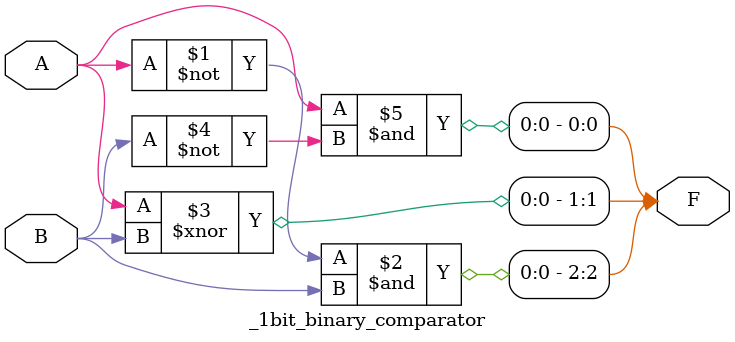
<source format=v>
`timescale 1ns / 1ps


module _1bit_binary_comparator(
    input A,
    input B,
    output [2:0] F
    );
    
    assign F[2] = ~A & B; // A < B
    assign F[1] = A ~^ B; // A == B
    assign F[0] = A & ~B; // A > B
endmodule

</source>
